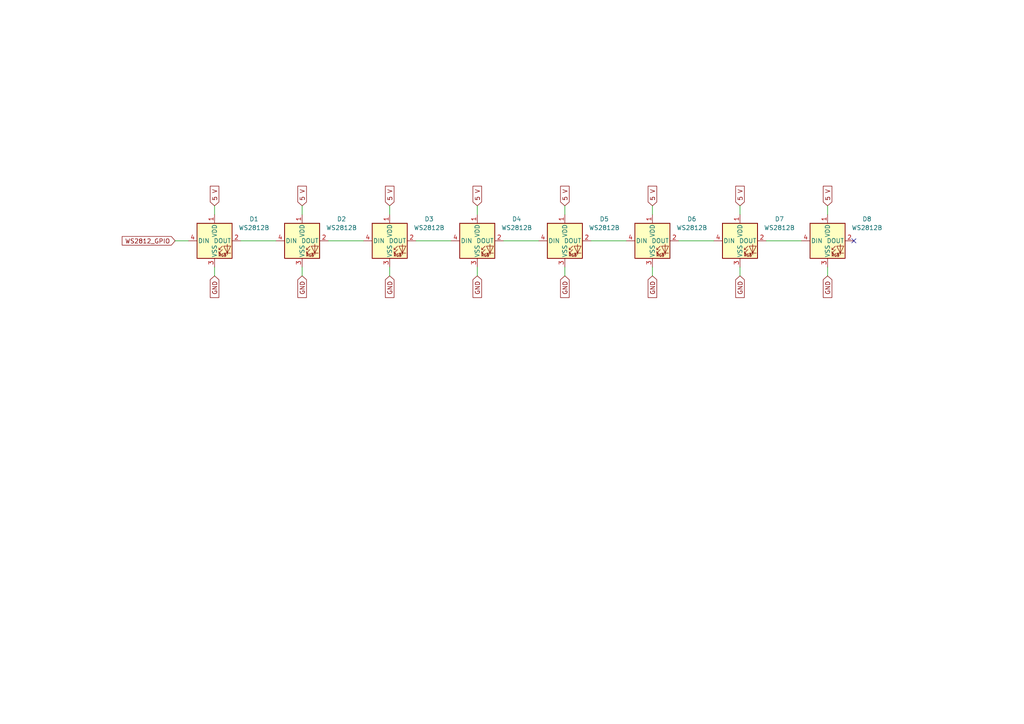
<source format=kicad_sch>
(kicad_sch
	(version 20231120)
	(generator "eeschema")
	(generator_version "8.0")
	(uuid "a105e6eb-163b-4d67-a00d-883d2ca35ef4")
	(paper "A4")
	(lib_symbols
		(symbol "LED:WS2812B"
			(pin_names
				(offset 0.254)
			)
			(exclude_from_sim no)
			(in_bom yes)
			(on_board yes)
			(property "Reference" "D"
				(at 5.08 5.715 0)
				(effects
					(font
						(size 1.27 1.27)
					)
					(justify right bottom)
				)
			)
			(property "Value" "WS2812B"
				(at 1.27 -5.715 0)
				(effects
					(font
						(size 1.27 1.27)
					)
					(justify left top)
				)
			)
			(property "Footprint" "LED_SMD:LED_WS2812B_PLCC4_5.0x5.0mm_P3.2mm"
				(at 1.27 -7.62 0)
				(effects
					(font
						(size 1.27 1.27)
					)
					(justify left top)
					(hide yes)
				)
			)
			(property "Datasheet" "https://cdn-shop.adafruit.com/datasheets/WS2812B.pdf"
				(at 2.54 -9.525 0)
				(effects
					(font
						(size 1.27 1.27)
					)
					(justify left top)
					(hide yes)
				)
			)
			(property "Description" "RGB LED with integrated controller"
				(at 0 0 0)
				(effects
					(font
						(size 1.27 1.27)
					)
					(hide yes)
				)
			)
			(property "ki_keywords" "RGB LED NeoPixel addressable"
				(at 0 0 0)
				(effects
					(font
						(size 1.27 1.27)
					)
					(hide yes)
				)
			)
			(property "ki_fp_filters" "LED*WS2812*PLCC*5.0x5.0mm*P3.2mm*"
				(at 0 0 0)
				(effects
					(font
						(size 1.27 1.27)
					)
					(hide yes)
				)
			)
			(symbol "WS2812B_0_0"
				(text "RGB"
					(at 2.286 -4.191 0)
					(effects
						(font
							(size 0.762 0.762)
						)
					)
				)
			)
			(symbol "WS2812B_0_1"
				(polyline
					(pts
						(xy 1.27 -3.556) (xy 1.778 -3.556)
					)
					(stroke
						(width 0)
						(type default)
					)
					(fill
						(type none)
					)
				)
				(polyline
					(pts
						(xy 1.27 -2.54) (xy 1.778 -2.54)
					)
					(stroke
						(width 0)
						(type default)
					)
					(fill
						(type none)
					)
				)
				(polyline
					(pts
						(xy 4.699 -3.556) (xy 2.667 -3.556)
					)
					(stroke
						(width 0)
						(type default)
					)
					(fill
						(type none)
					)
				)
				(polyline
					(pts
						(xy 2.286 -2.54) (xy 1.27 -3.556) (xy 1.27 -3.048)
					)
					(stroke
						(width 0)
						(type default)
					)
					(fill
						(type none)
					)
				)
				(polyline
					(pts
						(xy 2.286 -1.524) (xy 1.27 -2.54) (xy 1.27 -2.032)
					)
					(stroke
						(width 0)
						(type default)
					)
					(fill
						(type none)
					)
				)
				(polyline
					(pts
						(xy 3.683 -1.016) (xy 3.683 -3.556) (xy 3.683 -4.064)
					)
					(stroke
						(width 0)
						(type default)
					)
					(fill
						(type none)
					)
				)
				(polyline
					(pts
						(xy 4.699 -1.524) (xy 2.667 -1.524) (xy 3.683 -3.556) (xy 4.699 -1.524)
					)
					(stroke
						(width 0)
						(type default)
					)
					(fill
						(type none)
					)
				)
				(rectangle
					(start 5.08 5.08)
					(end -5.08 -5.08)
					(stroke
						(width 0.254)
						(type default)
					)
					(fill
						(type background)
					)
				)
			)
			(symbol "WS2812B_1_1"
				(pin power_in line
					(at 0 7.62 270)
					(length 2.54)
					(name "VDD"
						(effects
							(font
								(size 1.27 1.27)
							)
						)
					)
					(number "1"
						(effects
							(font
								(size 1.27 1.27)
							)
						)
					)
				)
				(pin output line
					(at 7.62 0 180)
					(length 2.54)
					(name "DOUT"
						(effects
							(font
								(size 1.27 1.27)
							)
						)
					)
					(number "2"
						(effects
							(font
								(size 1.27 1.27)
							)
						)
					)
				)
				(pin power_in line
					(at 0 -7.62 90)
					(length 2.54)
					(name "VSS"
						(effects
							(font
								(size 1.27 1.27)
							)
						)
					)
					(number "3"
						(effects
							(font
								(size 1.27 1.27)
							)
						)
					)
				)
				(pin input line
					(at -7.62 0 0)
					(length 2.54)
					(name "DIN"
						(effects
							(font
								(size 1.27 1.27)
							)
						)
					)
					(number "4"
						(effects
							(font
								(size 1.27 1.27)
							)
						)
					)
				)
			)
		)
	)
	(no_connect
		(at 247.65 69.85)
		(uuid "dad16779-c8bc-476d-8388-6bdd9e8aad1b")
	)
	(wire
		(pts
			(xy 146.05 69.85) (xy 156.21 69.85)
		)
		(stroke
			(width 0)
			(type default)
		)
		(uuid "06557a80-141b-486e-a472-97cc727cf705")
	)
	(wire
		(pts
			(xy 196.85 69.85) (xy 207.01 69.85)
		)
		(stroke
			(width 0)
			(type default)
		)
		(uuid "0a6ea112-8a7a-4a65-8f38-4d08d34489b7")
	)
	(wire
		(pts
			(xy 95.25 69.85) (xy 105.41 69.85)
		)
		(stroke
			(width 0)
			(type default)
		)
		(uuid "1a37b6d5-50ba-47d0-b670-86a3772fa168")
	)
	(wire
		(pts
			(xy 171.45 69.85) (xy 181.61 69.85)
		)
		(stroke
			(width 0)
			(type default)
		)
		(uuid "21d1194c-6b63-4585-9c57-9382b741eced")
	)
	(wire
		(pts
			(xy 87.63 59.69) (xy 87.63 62.23)
		)
		(stroke
			(width 0)
			(type default)
		)
		(uuid "2aada1dc-e903-40d0-bcf9-5e1bc1a3deb0")
	)
	(wire
		(pts
			(xy 222.25 69.85) (xy 232.41 69.85)
		)
		(stroke
			(width 0)
			(type default)
		)
		(uuid "42ea3bb3-9cb5-4808-b7c2-45920008ad5f")
	)
	(wire
		(pts
			(xy 113.03 59.69) (xy 113.03 62.23)
		)
		(stroke
			(width 0)
			(type default)
		)
		(uuid "44cb341f-b259-459d-bb19-2063ed0808eb")
	)
	(wire
		(pts
			(xy 163.83 80.01) (xy 163.83 77.47)
		)
		(stroke
			(width 0)
			(type default)
		)
		(uuid "5dc72a56-3986-489e-95b9-72a2f00886d5")
	)
	(wire
		(pts
			(xy 120.65 69.85) (xy 130.81 69.85)
		)
		(stroke
			(width 0)
			(type default)
		)
		(uuid "67c3a179-c364-493c-b768-7faa581d051b")
	)
	(wire
		(pts
			(xy 69.85 69.85) (xy 80.01 69.85)
		)
		(stroke
			(width 0)
			(type default)
		)
		(uuid "68e39a7a-0d4e-46c5-bb43-4cc3ffd01b30")
	)
	(wire
		(pts
			(xy 214.63 80.01) (xy 214.63 77.47)
		)
		(stroke
			(width 0)
			(type default)
		)
		(uuid "69e04d50-4df8-43a8-9944-01a811f2551d")
	)
	(wire
		(pts
			(xy 214.63 59.69) (xy 214.63 62.23)
		)
		(stroke
			(width 0)
			(type default)
		)
		(uuid "6ff1ade8-f808-4d03-9afd-7c2ca2cc4b74")
	)
	(wire
		(pts
			(xy 189.23 59.69) (xy 189.23 62.23)
		)
		(stroke
			(width 0)
			(type default)
		)
		(uuid "71c0d96e-6346-4fe9-a558-e4867d240abb")
	)
	(wire
		(pts
			(xy 87.63 80.01) (xy 87.63 77.47)
		)
		(stroke
			(width 0)
			(type default)
		)
		(uuid "77d38836-5532-45f9-b37e-e1845f2c0532")
	)
	(wire
		(pts
			(xy 62.23 59.69) (xy 62.23 62.23)
		)
		(stroke
			(width 0)
			(type default)
		)
		(uuid "7b535c7b-f7cd-44e2-b3ef-73cb2a945efa")
	)
	(wire
		(pts
			(xy 138.43 59.69) (xy 138.43 62.23)
		)
		(stroke
			(width 0)
			(type default)
		)
		(uuid "813f2c7d-6077-43d0-ade3-6815ffbce898")
	)
	(wire
		(pts
			(xy 138.43 80.01) (xy 138.43 77.47)
		)
		(stroke
			(width 0)
			(type default)
		)
		(uuid "8258f87f-eefe-4d99-a977-7fcadcbe5799")
	)
	(wire
		(pts
			(xy 62.23 80.01) (xy 62.23 77.47)
		)
		(stroke
			(width 0)
			(type default)
		)
		(uuid "8bf7f561-cdc5-4b0c-803b-e9d942a18129")
	)
	(wire
		(pts
			(xy 189.23 80.01) (xy 189.23 77.47)
		)
		(stroke
			(width 0)
			(type default)
		)
		(uuid "921e25df-4d68-4575-9301-d478bd1e3516")
	)
	(wire
		(pts
			(xy 240.03 59.69) (xy 240.03 62.23)
		)
		(stroke
			(width 0)
			(type default)
		)
		(uuid "b9450b3e-448e-4bf5-ba28-769f78b6583d")
	)
	(wire
		(pts
			(xy 50.8 69.85) (xy 54.61 69.85)
		)
		(stroke
			(width 0)
			(type default)
		)
		(uuid "c3ba9aad-c465-4dc4-b795-f9c7b8f91479")
	)
	(wire
		(pts
			(xy 240.03 80.01) (xy 240.03 77.47)
		)
		(stroke
			(width 0)
			(type default)
		)
		(uuid "e98e9f23-03cb-40a2-8f89-3e2ffa2a64e3")
	)
	(wire
		(pts
			(xy 113.03 80.01) (xy 113.03 77.47)
		)
		(stroke
			(width 0)
			(type default)
		)
		(uuid "ee926ebe-f1d0-4e5e-94dc-f033a40fcb9b")
	)
	(wire
		(pts
			(xy 163.83 59.69) (xy 163.83 62.23)
		)
		(stroke
			(width 0)
			(type default)
		)
		(uuid "fddcf65d-19bc-4238-8cc7-b2bce19a9b84")
	)
	(global_label "5 V"
		(shape input)
		(at 240.03 59.69 90)
		(fields_autoplaced yes)
		(effects
			(font
				(size 1.27 1.27)
			)
			(justify left)
		)
		(uuid "0de178b7-a447-450a-aceb-aaab554c332f")
		(property "Intersheetrefs" "${INTERSHEET_REFS}"
			(at 240.03 53.4391 90)
			(effects
				(font
					(size 1.27 1.27)
				)
				(justify left)
				(hide yes)
			)
		)
	)
	(global_label "5 V"
		(shape input)
		(at 214.63 59.69 90)
		(fields_autoplaced yes)
		(effects
			(font
				(size 1.27 1.27)
			)
			(justify left)
		)
		(uuid "232c358d-7ca9-4402-998f-addfef5ab5c7")
		(property "Intersheetrefs" "${INTERSHEET_REFS}"
			(at 214.63 53.4391 90)
			(effects
				(font
					(size 1.27 1.27)
				)
				(justify left)
				(hide yes)
			)
		)
	)
	(global_label "5 V"
		(shape input)
		(at 189.23 59.69 90)
		(fields_autoplaced yes)
		(effects
			(font
				(size 1.27 1.27)
			)
			(justify left)
		)
		(uuid "838ca6cc-a3b0-403c-b4f5-d872d81686d6")
		(property "Intersheetrefs" "${INTERSHEET_REFS}"
			(at 189.23 53.4391 90)
			(effects
				(font
					(size 1.27 1.27)
				)
				(justify left)
				(hide yes)
			)
		)
	)
	(global_label "GND"
		(shape input)
		(at 87.63 80.01 270)
		(fields_autoplaced yes)
		(effects
			(font
				(size 1.27 1.27)
			)
			(justify right)
		)
		(uuid "92ee412a-36f8-415d-a5e7-90e8af6ee206")
		(property "Intersheetrefs" "${INTERSHEET_REFS}"
			(at 87.63 86.8657 90)
			(effects
				(font
					(size 1.27 1.27)
				)
				(justify right)
				(hide yes)
			)
		)
	)
	(global_label "5 V"
		(shape input)
		(at 62.23 59.69 90)
		(fields_autoplaced yes)
		(effects
			(font
				(size 1.27 1.27)
			)
			(justify left)
		)
		(uuid "931e2083-0bd5-46a8-811c-54cc3b58a042")
		(property "Intersheetrefs" "${INTERSHEET_REFS}"
			(at 62.23 53.4391 90)
			(effects
				(font
					(size 1.27 1.27)
				)
				(justify left)
				(hide yes)
			)
		)
	)
	(global_label "5 V"
		(shape input)
		(at 163.83 59.69 90)
		(fields_autoplaced yes)
		(effects
			(font
				(size 1.27 1.27)
			)
			(justify left)
		)
		(uuid "9e38d210-ef39-451d-a7ba-8465d443fb24")
		(property "Intersheetrefs" "${INTERSHEET_REFS}"
			(at 163.83 53.4391 90)
			(effects
				(font
					(size 1.27 1.27)
				)
				(justify left)
				(hide yes)
			)
		)
	)
	(global_label "GND"
		(shape input)
		(at 62.23 80.01 270)
		(fields_autoplaced yes)
		(effects
			(font
				(size 1.27 1.27)
			)
			(justify right)
		)
		(uuid "9e6a1bc2-0b66-4222-b390-636007ee8a33")
		(property "Intersheetrefs" "${INTERSHEET_REFS}"
			(at 62.23 86.8657 90)
			(effects
				(font
					(size 1.27 1.27)
				)
				(justify right)
				(hide yes)
			)
		)
	)
	(global_label "GND"
		(shape input)
		(at 113.03 80.01 270)
		(fields_autoplaced yes)
		(effects
			(font
				(size 1.27 1.27)
			)
			(justify right)
		)
		(uuid "a170950f-aed9-4e31-a288-4c614b469c10")
		(property "Intersheetrefs" "${INTERSHEET_REFS}"
			(at 113.03 86.8657 90)
			(effects
				(font
					(size 1.27 1.27)
				)
				(justify right)
				(hide yes)
			)
		)
	)
	(global_label "WS2812_GPIO"
		(shape input)
		(at 50.8 69.85 180)
		(fields_autoplaced yes)
		(effects
			(font
				(size 1.27 1.27)
			)
			(justify right)
		)
		(uuid "ae3cad55-063c-46a2-9850-ec0fcad5cd53")
		(property "Intersheetrefs" "${INTERSHEET_REFS}"
			(at 34.873 69.85 0)
			(effects
				(font
					(size 1.27 1.27)
				)
				(justify right)
				(hide yes)
			)
		)
	)
	(global_label "5 V"
		(shape input)
		(at 138.43 59.69 90)
		(fields_autoplaced yes)
		(effects
			(font
				(size 1.27 1.27)
			)
			(justify left)
		)
		(uuid "aed14a5d-de1a-4a0d-b3e1-d4898470ae55")
		(property "Intersheetrefs" "${INTERSHEET_REFS}"
			(at 138.43 53.4391 90)
			(effects
				(font
					(size 1.27 1.27)
				)
				(justify left)
				(hide yes)
			)
		)
	)
	(global_label "GND"
		(shape input)
		(at 214.63 80.01 270)
		(fields_autoplaced yes)
		(effects
			(font
				(size 1.27 1.27)
			)
			(justify right)
		)
		(uuid "af168194-1f49-4a97-822d-abb80e609948")
		(property "Intersheetrefs" "${INTERSHEET_REFS}"
			(at 214.63 86.8657 90)
			(effects
				(font
					(size 1.27 1.27)
				)
				(justify right)
				(hide yes)
			)
		)
	)
	(global_label "GND"
		(shape input)
		(at 240.03 80.01 270)
		(fields_autoplaced yes)
		(effects
			(font
				(size 1.27 1.27)
			)
			(justify right)
		)
		(uuid "aff03e5f-7801-4d92-be27-c92577688af8")
		(property "Intersheetrefs" "${INTERSHEET_REFS}"
			(at 240.03 86.8657 90)
			(effects
				(font
					(size 1.27 1.27)
				)
				(justify right)
				(hide yes)
			)
		)
	)
	(global_label "5 V"
		(shape input)
		(at 113.03 59.69 90)
		(fields_autoplaced yes)
		(effects
			(font
				(size 1.27 1.27)
			)
			(justify left)
		)
		(uuid "b8d838ab-6756-4447-b7c6-aaf4279217ea")
		(property "Intersheetrefs" "${INTERSHEET_REFS}"
			(at 113.03 53.4391 90)
			(effects
				(font
					(size 1.27 1.27)
				)
				(justify left)
				(hide yes)
			)
		)
	)
	(global_label "GND"
		(shape input)
		(at 189.23 80.01 270)
		(fields_autoplaced yes)
		(effects
			(font
				(size 1.27 1.27)
			)
			(justify right)
		)
		(uuid "c96e5e87-8ef7-4726-a262-30949d96496d")
		(property "Intersheetrefs" "${INTERSHEET_REFS}"
			(at 189.23 86.8657 90)
			(effects
				(font
					(size 1.27 1.27)
				)
				(justify right)
				(hide yes)
			)
		)
	)
	(global_label "GND"
		(shape input)
		(at 163.83 80.01 270)
		(fields_autoplaced yes)
		(effects
			(font
				(size 1.27 1.27)
			)
			(justify right)
		)
		(uuid "d00458f0-d4bb-4c2e-8f4f-8116417f8c1c")
		(property "Intersheetrefs" "${INTERSHEET_REFS}"
			(at 163.83 86.8657 90)
			(effects
				(font
					(size 1.27 1.27)
				)
				(justify right)
				(hide yes)
			)
		)
	)
	(global_label "5 V"
		(shape input)
		(at 87.63 59.69 90)
		(fields_autoplaced yes)
		(effects
			(font
				(size 1.27 1.27)
			)
			(justify left)
		)
		(uuid "d648e2c8-a61c-4768-92ab-d11b96b25d35")
		(property "Intersheetrefs" "${INTERSHEET_REFS}"
			(at 87.63 53.4391 90)
			(effects
				(font
					(size 1.27 1.27)
				)
				(justify left)
				(hide yes)
			)
		)
	)
	(global_label "GND"
		(shape input)
		(at 138.43 80.01 270)
		(fields_autoplaced yes)
		(effects
			(font
				(size 1.27 1.27)
			)
			(justify right)
		)
		(uuid "d69bbefc-7681-445b-b4d7-e929f2eb0353")
		(property "Intersheetrefs" "${INTERSHEET_REFS}"
			(at 138.43 86.8657 90)
			(effects
				(font
					(size 1.27 1.27)
				)
				(justify right)
				(hide yes)
			)
		)
	)
	(symbol
		(lib_id "LED:WS2812B")
		(at 138.43 69.85 0)
		(unit 1)
		(exclude_from_sim no)
		(in_bom yes)
		(on_board yes)
		(dnp no)
		(fields_autoplaced yes)
		(uuid "4656b29b-0fcb-4a38-9e98-9ee6c837405f")
		(property "Reference" "D4"
			(at 149.86 63.5314 0)
			(effects
				(font
					(size 1.27 1.27)
				)
			)
		)
		(property "Value" "WS2812B"
			(at 149.86 66.0714 0)
			(effects
				(font
					(size 1.27 1.27)
				)
			)
		)
		(property "Footprint" "LED_SMD:LED_WS2812B_PLCC4_5.0x5.0mm_P3.2mm"
			(at 139.7 77.47 0)
			(effects
				(font
					(size 1.27 1.27)
				)
				(justify left top)
				(hide yes)
			)
		)
		(property "Datasheet" "https://cdn-shop.adafruit.com/datasheets/WS2812B.pdf"
			(at 140.97 79.375 0)
			(effects
				(font
					(size 1.27 1.27)
				)
				(justify left top)
				(hide yes)
			)
		)
		(property "Description" "RGB LED with integrated controller"
			(at 138.43 69.85 0)
			(effects
				(font
					(size 1.27 1.27)
				)
				(hide yes)
			)
		)
		(pin "4"
			(uuid "8353c41f-2df0-40b3-a778-3735478d43af")
		)
		(pin "3"
			(uuid "3fe989c9-7f77-4bc5-bc47-1bb137e9d9e4")
		)
		(pin "2"
			(uuid "66fa19e0-c8af-49c3-b374-27a557ae06c2")
		)
		(pin "1"
			(uuid "8d734c0e-82c3-4f7e-ade9-aafaaeb802d9")
		)
		(instances
			(project "main_pcb"
				(path "/b764235d-842d-41df-960a-a32e4258c2ec/33fcc98e-db31-4584-ac2d-d0bb4aa805ac"
					(reference "D4")
					(unit 1)
				)
			)
		)
	)
	(symbol
		(lib_id "LED:WS2812B")
		(at 214.63 69.85 0)
		(unit 1)
		(exclude_from_sim no)
		(in_bom yes)
		(on_board yes)
		(dnp no)
		(fields_autoplaced yes)
		(uuid "46dd26c9-d3a7-4c43-8d1d-183ed8989b35")
		(property "Reference" "D7"
			(at 226.06 63.5314 0)
			(effects
				(font
					(size 1.27 1.27)
				)
			)
		)
		(property "Value" "WS2812B"
			(at 226.06 66.0714 0)
			(effects
				(font
					(size 1.27 1.27)
				)
			)
		)
		(property "Footprint" "LED_SMD:LED_WS2812B_PLCC4_5.0x5.0mm_P3.2mm"
			(at 215.9 77.47 0)
			(effects
				(font
					(size 1.27 1.27)
				)
				(justify left top)
				(hide yes)
			)
		)
		(property "Datasheet" "https://cdn-shop.adafruit.com/datasheets/WS2812B.pdf"
			(at 217.17 79.375 0)
			(effects
				(font
					(size 1.27 1.27)
				)
				(justify left top)
				(hide yes)
			)
		)
		(property "Description" "RGB LED with integrated controller"
			(at 214.63 69.85 0)
			(effects
				(font
					(size 1.27 1.27)
				)
				(hide yes)
			)
		)
		(pin "4"
			(uuid "bd9ac111-6a98-4b11-abdf-deb6d6c552e1")
		)
		(pin "3"
			(uuid "1bc392b8-65fe-4e70-9656-37c320ced5d0")
		)
		(pin "2"
			(uuid "6e30cb77-6ebd-48d3-963c-5ef662edbd1f")
		)
		(pin "1"
			(uuid "cab86de0-e780-4966-8058-7e9e19877a0d")
		)
		(instances
			(project "main_pcb"
				(path "/b764235d-842d-41df-960a-a32e4258c2ec/33fcc98e-db31-4584-ac2d-d0bb4aa805ac"
					(reference "D7")
					(unit 1)
				)
			)
		)
	)
	(symbol
		(lib_id "LED:WS2812B")
		(at 163.83 69.85 0)
		(unit 1)
		(exclude_from_sim no)
		(in_bom yes)
		(on_board yes)
		(dnp no)
		(fields_autoplaced yes)
		(uuid "4b661b9c-c2fb-41e8-9695-3b129fbbbaf6")
		(property "Reference" "D5"
			(at 175.26 63.5314 0)
			(effects
				(font
					(size 1.27 1.27)
				)
			)
		)
		(property "Value" "WS2812B"
			(at 175.26 66.0714 0)
			(effects
				(font
					(size 1.27 1.27)
				)
			)
		)
		(property "Footprint" "LED_SMD:LED_WS2812B_PLCC4_5.0x5.0mm_P3.2mm"
			(at 165.1 77.47 0)
			(effects
				(font
					(size 1.27 1.27)
				)
				(justify left top)
				(hide yes)
			)
		)
		(property "Datasheet" "https://cdn-shop.adafruit.com/datasheets/WS2812B.pdf"
			(at 166.37 79.375 0)
			(effects
				(font
					(size 1.27 1.27)
				)
				(justify left top)
				(hide yes)
			)
		)
		(property "Description" "RGB LED with integrated controller"
			(at 163.83 69.85 0)
			(effects
				(font
					(size 1.27 1.27)
				)
				(hide yes)
			)
		)
		(pin "4"
			(uuid "fb8f0a8c-853b-4095-84e6-dd68e9335fad")
		)
		(pin "3"
			(uuid "ad451045-7a75-4c69-b5ec-4e4f75549491")
		)
		(pin "2"
			(uuid "378d3fc8-6b52-40c2-8a72-c0fc40a67b47")
		)
		(pin "1"
			(uuid "7f680dc3-13cd-4331-a86d-64f5e3bef261")
		)
		(instances
			(project "main_pcb"
				(path "/b764235d-842d-41df-960a-a32e4258c2ec/33fcc98e-db31-4584-ac2d-d0bb4aa805ac"
					(reference "D5")
					(unit 1)
				)
			)
		)
	)
	(symbol
		(lib_id "LED:WS2812B")
		(at 113.03 69.85 0)
		(unit 1)
		(exclude_from_sim no)
		(in_bom yes)
		(on_board yes)
		(dnp no)
		(fields_autoplaced yes)
		(uuid "ca4f036f-a9ef-4a0f-aa21-1be8797caa61")
		(property "Reference" "D3"
			(at 124.46 63.5314 0)
			(effects
				(font
					(size 1.27 1.27)
				)
			)
		)
		(property "Value" "WS2812B"
			(at 124.46 66.0714 0)
			(effects
				(font
					(size 1.27 1.27)
				)
			)
		)
		(property "Footprint" "LED_SMD:LED_WS2812B_PLCC4_5.0x5.0mm_P3.2mm"
			(at 114.3 77.47 0)
			(effects
				(font
					(size 1.27 1.27)
				)
				(justify left top)
				(hide yes)
			)
		)
		(property "Datasheet" "https://cdn-shop.adafruit.com/datasheets/WS2812B.pdf"
			(at 115.57 79.375 0)
			(effects
				(font
					(size 1.27 1.27)
				)
				(justify left top)
				(hide yes)
			)
		)
		(property "Description" "RGB LED with integrated controller"
			(at 113.03 69.85 0)
			(effects
				(font
					(size 1.27 1.27)
				)
				(hide yes)
			)
		)
		(pin "4"
			(uuid "2f22f3a2-f886-47ff-9e48-ea9246b7165c")
		)
		(pin "3"
			(uuid "7441dd4e-4d37-484c-b5d8-520d88dba43c")
		)
		(pin "2"
			(uuid "c0776410-47b5-4446-978f-fa20929a2960")
		)
		(pin "1"
			(uuid "4d82d94a-ab56-4abf-bdf0-062f1d4abcb0")
		)
		(instances
			(project "main_pcb"
				(path "/b764235d-842d-41df-960a-a32e4258c2ec/33fcc98e-db31-4584-ac2d-d0bb4aa805ac"
					(reference "D3")
					(unit 1)
				)
			)
		)
	)
	(symbol
		(lib_id "LED:WS2812B")
		(at 240.03 69.85 0)
		(unit 1)
		(exclude_from_sim no)
		(in_bom yes)
		(on_board yes)
		(dnp no)
		(fields_autoplaced yes)
		(uuid "d3b33bd2-637a-4c14-873e-d33e37da9f72")
		(property "Reference" "D8"
			(at 251.46 63.5314 0)
			(effects
				(font
					(size 1.27 1.27)
				)
			)
		)
		(property "Value" "WS2812B"
			(at 251.46 66.0714 0)
			(effects
				(font
					(size 1.27 1.27)
				)
			)
		)
		(property "Footprint" "LED_SMD:LED_WS2812B_PLCC4_5.0x5.0mm_P3.2mm"
			(at 241.3 77.47 0)
			(effects
				(font
					(size 1.27 1.27)
				)
				(justify left top)
				(hide yes)
			)
		)
		(property "Datasheet" "https://cdn-shop.adafruit.com/datasheets/WS2812B.pdf"
			(at 242.57 79.375 0)
			(effects
				(font
					(size 1.27 1.27)
				)
				(justify left top)
				(hide yes)
			)
		)
		(property "Description" "RGB LED with integrated controller"
			(at 240.03 69.85 0)
			(effects
				(font
					(size 1.27 1.27)
				)
				(hide yes)
			)
		)
		(pin "4"
			(uuid "15e2bde9-1c38-4f09-96db-53439b6ce106")
		)
		(pin "3"
			(uuid "fed60d0b-9353-41ef-b666-2581c0209fef")
		)
		(pin "2"
			(uuid "1cc92031-3bf6-4efd-951a-828c42937968")
		)
		(pin "1"
			(uuid "04d57c2f-0d21-4387-a87e-aabad1bd16ed")
		)
		(instances
			(project "main_pcb"
				(path "/b764235d-842d-41df-960a-a32e4258c2ec/33fcc98e-db31-4584-ac2d-d0bb4aa805ac"
					(reference "D8")
					(unit 1)
				)
			)
		)
	)
	(symbol
		(lib_id "LED:WS2812B")
		(at 87.63 69.85 0)
		(unit 1)
		(exclude_from_sim no)
		(in_bom yes)
		(on_board yes)
		(dnp no)
		(fields_autoplaced yes)
		(uuid "ee4cc1d9-2b17-49ee-9ad1-382f728f018c")
		(property "Reference" "D2"
			(at 99.06 63.5314 0)
			(effects
				(font
					(size 1.27 1.27)
				)
			)
		)
		(property "Value" "WS2812B"
			(at 99.06 66.0714 0)
			(effects
				(font
					(size 1.27 1.27)
				)
			)
		)
		(property "Footprint" "LED_SMD:LED_WS2812B_PLCC4_5.0x5.0mm_P3.2mm"
			(at 88.9 77.47 0)
			(effects
				(font
					(size 1.27 1.27)
				)
				(justify left top)
				(hide yes)
			)
		)
		(property "Datasheet" "https://cdn-shop.adafruit.com/datasheets/WS2812B.pdf"
			(at 90.17 79.375 0)
			(effects
				(font
					(size 1.27 1.27)
				)
				(justify left top)
				(hide yes)
			)
		)
		(property "Description" "RGB LED with integrated controller"
			(at 87.63 69.85 0)
			(effects
				(font
					(size 1.27 1.27)
				)
				(hide yes)
			)
		)
		(pin "4"
			(uuid "9a98dd1d-ffcb-4b10-9feb-12846f123699")
		)
		(pin "3"
			(uuid "a60d1ad5-d028-4bfd-abbd-eb0d4fb8713a")
		)
		(pin "2"
			(uuid "80f00276-4b28-4a1d-b82a-49d3b9413a71")
		)
		(pin "1"
			(uuid "a3ed0d51-5f7b-42f3-b411-28465128e728")
		)
		(instances
			(project "main_pcb"
				(path "/b764235d-842d-41df-960a-a32e4258c2ec/33fcc98e-db31-4584-ac2d-d0bb4aa805ac"
					(reference "D2")
					(unit 1)
				)
			)
		)
	)
	(symbol
		(lib_id "LED:WS2812B")
		(at 189.23 69.85 0)
		(unit 1)
		(exclude_from_sim no)
		(in_bom yes)
		(on_board yes)
		(dnp no)
		(fields_autoplaced yes)
		(uuid "eff97c6c-9717-43a3-9916-d6bc49518fe1")
		(property "Reference" "D6"
			(at 200.66 63.5314 0)
			(effects
				(font
					(size 1.27 1.27)
				)
			)
		)
		(property "Value" "WS2812B"
			(at 200.66 66.0714 0)
			(effects
				(font
					(size 1.27 1.27)
				)
			)
		)
		(property "Footprint" "LED_SMD:LED_WS2812B_PLCC4_5.0x5.0mm_P3.2mm"
			(at 190.5 77.47 0)
			(effects
				(font
					(size 1.27 1.27)
				)
				(justify left top)
				(hide yes)
			)
		)
		(property "Datasheet" "https://cdn-shop.adafruit.com/datasheets/WS2812B.pdf"
			(at 191.77 79.375 0)
			(effects
				(font
					(size 1.27 1.27)
				)
				(justify left top)
				(hide yes)
			)
		)
		(property "Description" "RGB LED with integrated controller"
			(at 189.23 69.85 0)
			(effects
				(font
					(size 1.27 1.27)
				)
				(hide yes)
			)
		)
		(pin "4"
			(uuid "4cf25e3b-d262-431e-96ec-967c105f5f36")
		)
		(pin "3"
			(uuid "2959a0cb-eda5-4250-9cb5-ec144cc371ee")
		)
		(pin "2"
			(uuid "95ecc6e3-c577-41cc-bf2d-4dccd872bed7")
		)
		(pin "1"
			(uuid "76550019-a906-4bf0-98dc-0fef2ee693a3")
		)
		(instances
			(project "main_pcb"
				(path "/b764235d-842d-41df-960a-a32e4258c2ec/33fcc98e-db31-4584-ac2d-d0bb4aa805ac"
					(reference "D6")
					(unit 1)
				)
			)
		)
	)
	(symbol
		(lib_id "LED:WS2812B")
		(at 62.23 69.85 0)
		(unit 1)
		(exclude_from_sim no)
		(in_bom yes)
		(on_board yes)
		(dnp no)
		(fields_autoplaced yes)
		(uuid "f8a4f70c-3cf0-4b43-8bd4-2aa5688365e7")
		(property "Reference" "D1"
			(at 73.66 63.5314 0)
			(effects
				(font
					(size 1.27 1.27)
				)
			)
		)
		(property "Value" "WS2812B"
			(at 73.66 66.0714 0)
			(effects
				(font
					(size 1.27 1.27)
				)
			)
		)
		(property "Footprint" "LED_SMD:LED_WS2812B_PLCC4_5.0x5.0mm_P3.2mm"
			(at 63.5 77.47 0)
			(effects
				(font
					(size 1.27 1.27)
				)
				(justify left top)
				(hide yes)
			)
		)
		(property "Datasheet" "https://cdn-shop.adafruit.com/datasheets/WS2812B.pdf"
			(at 64.77 79.375 0)
			(effects
				(font
					(size 1.27 1.27)
				)
				(justify left top)
				(hide yes)
			)
		)
		(property "Description" "RGB LED with integrated controller"
			(at 62.23 69.85 0)
			(effects
				(font
					(size 1.27 1.27)
				)
				(hide yes)
			)
		)
		(pin "4"
			(uuid "2259fa8e-d4c6-4985-9ddc-bf6920c9e5f2")
		)
		(pin "3"
			(uuid "9fe1af73-8f3b-41be-adaa-b490e516da8a")
		)
		(pin "2"
			(uuid "dc29ffea-7f8f-4681-a787-34f4f42bd06a")
		)
		(pin "1"
			(uuid "a47d0802-3062-4144-be96-3e6825fa7825")
		)
		(instances
			(project ""
				(path "/b764235d-842d-41df-960a-a32e4258c2ec/33fcc98e-db31-4584-ac2d-d0bb4aa805ac"
					(reference "D1")
					(unit 1)
				)
			)
		)
	)
)

</source>
